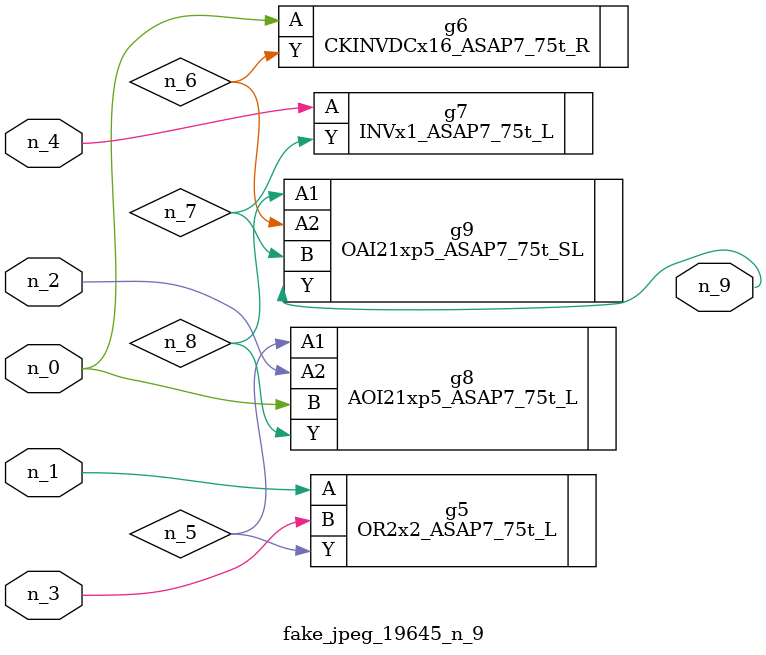
<source format=v>
module fake_jpeg_19645_n_9 (n_3, n_2, n_1, n_0, n_4, n_9);

input n_3;
input n_2;
input n_1;
input n_0;
input n_4;

output n_9;

wire n_8;
wire n_6;
wire n_5;
wire n_7;

OR2x2_ASAP7_75t_L g5 ( 
.A(n_1),
.B(n_3),
.Y(n_5)
);

CKINVDCx16_ASAP7_75t_R g6 ( 
.A(n_0),
.Y(n_6)
);

INVx1_ASAP7_75t_L g7 ( 
.A(n_4),
.Y(n_7)
);

AOI21xp5_ASAP7_75t_L g8 ( 
.A1(n_5),
.A2(n_2),
.B(n_0),
.Y(n_8)
);

OAI21xp5_ASAP7_75t_SL g9 ( 
.A1(n_8),
.A2(n_6),
.B(n_7),
.Y(n_9)
);


endmodule
</source>
